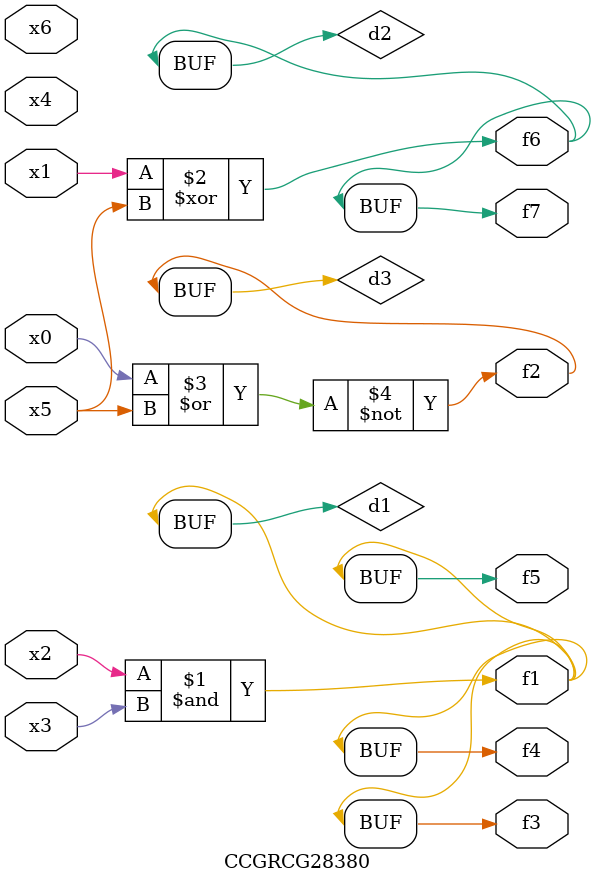
<source format=v>
module CCGRCG28380(
	input x0, x1, x2, x3, x4, x5, x6,
	output f1, f2, f3, f4, f5, f6, f7
);

	wire d1, d2, d3;

	and (d1, x2, x3);
	xor (d2, x1, x5);
	nor (d3, x0, x5);
	assign f1 = d1;
	assign f2 = d3;
	assign f3 = d1;
	assign f4 = d1;
	assign f5 = d1;
	assign f6 = d2;
	assign f7 = d2;
endmodule

</source>
